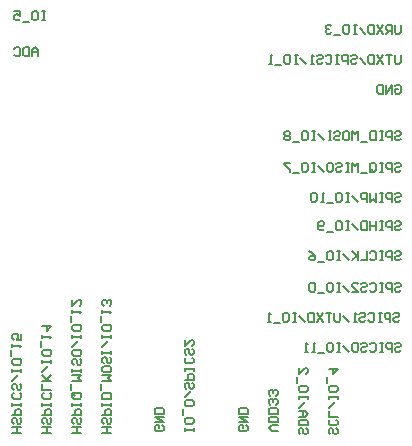
<source format=gbo>
G04*
G04 #@! TF.GenerationSoftware,Altium Limited,Altium Designer,18.1.7 (191)*
G04*
G04 Layer_Color=32896*
%FSLAX43Y43*%
%MOMM*%
G71*
G01*
G75*
%ADD18C,0.180*%
D18*
X7874Y37343D02*
Y37843D01*
X7624Y38093D01*
X7374Y37843D01*
Y37343D01*
Y37718D01*
X7874D01*
X7124Y38093D02*
Y37343D01*
X6749D01*
X6624Y37468D01*
Y37968D01*
X6749Y38093D01*
X7124D01*
X5875Y37968D02*
X6000Y38093D01*
X6250D01*
X6374Y37968D01*
Y37468D01*
X6250Y37343D01*
X6000D01*
X5875Y37468D01*
X8509Y41136D02*
X8259D01*
X8384D01*
Y40386D01*
X8509D01*
X8259D01*
X7509Y41136D02*
X7759D01*
X7884Y41011D01*
Y40511D01*
X7759Y40386D01*
X7509D01*
X7384Y40511D01*
Y41011D01*
X7509Y41136D01*
X7134Y40261D02*
X6635D01*
X5885Y41136D02*
X6385D01*
Y40761D01*
X6135Y40886D01*
X6010D01*
X5885Y40761D01*
Y40511D01*
X6010Y40386D01*
X6260D01*
X6385Y40511D01*
X6465Y5472D02*
X5715D01*
X6090D01*
Y5972D01*
X6465D01*
X5715D01*
X6340Y6722D02*
X6465Y6597D01*
Y6347D01*
X6340Y6222D01*
X6215D01*
X6090Y6347D01*
Y6597D01*
X5965Y6722D01*
X5840D01*
X5715Y6597D01*
Y6347D01*
X5840Y6222D01*
X5715Y6972D02*
X6465D01*
Y7346D01*
X6340Y7471D01*
X6090D01*
X5965Y7346D01*
Y6972D01*
X6465Y7721D02*
Y7971D01*
Y7846D01*
X5715D01*
Y7721D01*
Y7971D01*
X6340Y8846D02*
X6465Y8721D01*
Y8471D01*
X6340Y8346D01*
X5840D01*
X5715Y8471D01*
Y8721D01*
X5840Y8846D01*
X6340Y9596D02*
X6465Y9471D01*
Y9221D01*
X6340Y9096D01*
X6215D01*
X6090Y9221D01*
Y9471D01*
X5965Y9596D01*
X5840D01*
X5715Y9471D01*
Y9221D01*
X5840Y9096D01*
X5715Y9846D02*
X6215Y10345D01*
X6465Y10595D02*
Y10845D01*
Y10720D01*
X5715D01*
Y10595D01*
Y10845D01*
X6465Y11595D02*
Y11345D01*
X6340Y11220D01*
X5840D01*
X5715Y11345D01*
Y11595D01*
X5840Y11720D01*
X6340D01*
X6465Y11595D01*
X5590Y11970D02*
Y12470D01*
X5715Y12720D02*
Y12970D01*
Y12845D01*
X6465D01*
X6340Y12720D01*
X6465Y13844D02*
Y13344D01*
X6090D01*
X6215Y13594D01*
Y13719D01*
X6090Y13844D01*
X5840D01*
X5715Y13719D01*
Y13469D01*
X5840Y13344D01*
X9005Y5472D02*
X8255D01*
X8630D01*
Y5972D01*
X9005D01*
X8255D01*
X8880Y6722D02*
X9005Y6597D01*
Y6347D01*
X8880Y6222D01*
X8755D01*
X8630Y6347D01*
Y6597D01*
X8505Y6722D01*
X8380D01*
X8255Y6597D01*
Y6347D01*
X8380Y6222D01*
X8255Y6972D02*
X9005D01*
Y7346D01*
X8880Y7471D01*
X8630D01*
X8505Y7346D01*
Y6972D01*
X9005Y7721D02*
Y7971D01*
Y7846D01*
X8255D01*
Y7721D01*
Y7971D01*
X8880Y8846D02*
X9005Y8721D01*
Y8471D01*
X8880Y8346D01*
X8380D01*
X8255Y8471D01*
Y8721D01*
X8380Y8846D01*
X9005Y9096D02*
X8255D01*
Y9596D01*
X9005Y9846D02*
X8255D01*
X8505D01*
X9005Y10345D01*
X8630Y9971D01*
X8255Y10345D01*
Y10595D02*
X8755Y11095D01*
X9005Y11345D02*
Y11595D01*
Y11470D01*
X8255D01*
Y11345D01*
Y11595D01*
X9005Y12345D02*
Y12095D01*
X8880Y11970D01*
X8380D01*
X8255Y12095D01*
Y12345D01*
X8380Y12470D01*
X8880D01*
X9005Y12345D01*
X8130Y12720D02*
Y13220D01*
X8255Y13469D02*
Y13719D01*
Y13594D01*
X9005D01*
X8880Y13469D01*
X8255Y14469D02*
X9005D01*
X8630Y14094D01*
Y14594D01*
X11545Y5472D02*
X10795D01*
X11170D01*
Y5972D01*
X11545D01*
X10795D01*
X11420Y6722D02*
X11545Y6597D01*
Y6347D01*
X11420Y6222D01*
X11295D01*
X11170Y6347D01*
Y6597D01*
X11045Y6722D01*
X10920D01*
X10795Y6597D01*
Y6347D01*
X10920Y6222D01*
X10795Y6972D02*
X11545D01*
Y7346D01*
X11420Y7471D01*
X11170D01*
X11045Y7346D01*
Y6972D01*
X11545Y7721D02*
Y7971D01*
Y7846D01*
X10795D01*
Y7721D01*
Y7971D01*
X10920Y8846D02*
X11420D01*
X11545Y8721D01*
Y8471D01*
X11420Y8346D01*
X10920D01*
X10795Y8471D01*
Y8721D01*
X11045Y8596D02*
X10795Y8846D01*
Y8721D02*
X10920Y8846D01*
X10670Y9096D02*
Y9596D01*
X10795Y9846D02*
X11545D01*
X11295Y10096D01*
X11545Y10345D01*
X10795D01*
X11545Y10595D02*
Y10845D01*
Y10720D01*
X10795D01*
Y10595D01*
Y10845D01*
X11420Y11720D02*
X11545Y11595D01*
Y11345D01*
X11420Y11220D01*
X11295D01*
X11170Y11345D01*
Y11595D01*
X11045Y11720D01*
X10920D01*
X10795Y11595D01*
Y11345D01*
X10920Y11220D01*
X11545Y12345D02*
Y12095D01*
X11420Y11970D01*
X10920D01*
X10795Y12095D01*
Y12345D01*
X10920Y12470D01*
X11420D01*
X11545Y12345D01*
X10795Y12720D02*
X11295Y13220D01*
X11545Y13469D02*
Y13719D01*
Y13594D01*
X10795D01*
Y13469D01*
Y13719D01*
X11545Y14469D02*
Y14219D01*
X11420Y14094D01*
X10920D01*
X10795Y14219D01*
Y14469D01*
X10920Y14594D01*
X11420D01*
X11545Y14469D01*
X10670Y14844D02*
Y15344D01*
X10795Y15594D02*
Y15844D01*
Y15719D01*
X11545D01*
X11420Y15594D01*
X10795Y16718D02*
Y16219D01*
X11295Y16718D01*
X11420D01*
X11545Y16593D01*
Y16344D01*
X11420Y16219D01*
X14085Y5472D02*
X13335D01*
X13710D01*
Y5972D01*
X14085D01*
X13335D01*
X13960Y6722D02*
X14085Y6597D01*
Y6347D01*
X13960Y6222D01*
X13835D01*
X13710Y6347D01*
Y6597D01*
X13585Y6722D01*
X13460D01*
X13335Y6597D01*
Y6347D01*
X13460Y6222D01*
X13335Y6972D02*
X14085D01*
Y7346D01*
X13960Y7471D01*
X13710D01*
X13585Y7346D01*
Y6972D01*
X14085Y7721D02*
Y7971D01*
Y7846D01*
X13335D01*
Y7721D01*
Y7971D01*
X14085Y8346D02*
X13335D01*
Y8721D01*
X13460Y8846D01*
X13960D01*
X14085Y8721D01*
Y8346D01*
X13210Y9096D02*
Y9596D01*
X13335Y9846D02*
X14085D01*
X13835Y10096D01*
X14085Y10345D01*
X13335D01*
X14085Y10970D02*
Y10720D01*
X13960Y10595D01*
X13460D01*
X13335Y10720D01*
Y10970D01*
X13460Y11095D01*
X13960D01*
X14085Y10970D01*
X13960Y11845D02*
X14085Y11720D01*
Y11470D01*
X13960Y11345D01*
X13835D01*
X13710Y11470D01*
Y11720D01*
X13585Y11845D01*
X13460D01*
X13335Y11720D01*
Y11470D01*
X13460Y11345D01*
X14085Y12095D02*
Y12345D01*
Y12220D01*
X13335D01*
Y12095D01*
Y12345D01*
Y12720D02*
X13835Y13220D01*
X14085Y13469D02*
Y13719D01*
Y13594D01*
X13335D01*
Y13469D01*
Y13719D01*
X14085Y14469D02*
Y14219D01*
X13960Y14094D01*
X13460D01*
X13335Y14219D01*
Y14469D01*
X13460Y14594D01*
X13960D01*
X14085Y14469D01*
X13210Y14844D02*
Y15344D01*
X13335Y15594D02*
Y15844D01*
Y15719D01*
X14085D01*
X13960Y15594D01*
Y16219D02*
X14085Y16344D01*
Y16593D01*
X13960Y16718D01*
X13835D01*
X13710Y16593D01*
Y16468D01*
Y16593D01*
X13585Y16718D01*
X13460D01*
X13335Y16593D01*
Y16344D01*
X13460Y16219D01*
X18405Y6088D02*
X18530Y5963D01*
Y5713D01*
X18405Y5588D01*
X17905D01*
X17780Y5713D01*
Y5963D01*
X17905Y6088D01*
X18155D01*
Y5838D01*
X17780Y6338D02*
X18530D01*
X17780Y6838D01*
X18530D01*
Y7088D02*
X17780D01*
Y7462D01*
X17905Y7587D01*
X18405D01*
X18530Y7462D01*
Y7088D01*
X21070Y5588D02*
Y5838D01*
Y5713D01*
X20320D01*
Y5588D01*
Y5838D01*
X21070Y6588D02*
Y6338D01*
X20945Y6213D01*
X20445D01*
X20320Y6338D01*
Y6588D01*
X20445Y6713D01*
X20945D01*
X21070Y6588D01*
X20195Y6963D02*
Y7462D01*
X20945Y7712D02*
X21070Y7837D01*
Y8087D01*
X20945Y8212D01*
X20445D01*
X20320Y8087D01*
Y7837D01*
X20445Y7712D01*
X20945D01*
X20320Y8462D02*
X20820Y8962D01*
X20945Y9712D02*
X21070Y9587D01*
Y9337D01*
X20945Y9212D01*
X20820D01*
X20695Y9337D01*
Y9587D01*
X20570Y9712D01*
X20445D01*
X20320Y9587D01*
Y9337D01*
X20445Y9212D01*
X20320Y9962D02*
X21070D01*
Y10336D01*
X20945Y10461D01*
X20695D01*
X20570Y10336D01*
Y9962D01*
X21070Y10711D02*
Y10961D01*
Y10836D01*
X20320D01*
Y10711D01*
Y10961D01*
X20945Y11836D02*
X21070Y11711D01*
Y11461D01*
X20945Y11336D01*
X20445D01*
X20320Y11461D01*
Y11711D01*
X20445Y11836D01*
X20945Y12586D02*
X21070Y12461D01*
Y12211D01*
X20945Y12086D01*
X20820D01*
X20695Y12211D01*
Y12461D01*
X20570Y12586D01*
X20445D01*
X20320Y12461D01*
Y12211D01*
X20445Y12086D01*
X20320Y13336D02*
Y12836D01*
X20820Y13336D01*
X20945D01*
X21070Y13211D01*
Y12961D01*
X20945Y12836D01*
X25517Y6088D02*
X25642Y5963D01*
Y5713D01*
X25517Y5588D01*
X25017D01*
X24892Y5713D01*
Y5963D01*
X25017Y6088D01*
X25267D01*
Y5838D01*
X24892Y6338D02*
X25642D01*
X24892Y6838D01*
X25642D01*
Y7088D02*
X24892D01*
Y7462D01*
X25017Y7587D01*
X25517D01*
X25642Y7462D01*
Y7088D01*
X28182Y5588D02*
X27682D01*
X27432Y5838D01*
X27682Y6088D01*
X28182D01*
Y6338D02*
X27432D01*
Y6713D01*
X27557Y6838D01*
X28057D01*
X28182Y6713D01*
Y6338D01*
Y7088D02*
X27432D01*
Y7462D01*
X27557Y7587D01*
X28057D01*
X28182Y7462D01*
Y7088D01*
X28057Y7837D02*
X28182Y7962D01*
Y8212D01*
X28057Y8337D01*
X27932D01*
X27807Y8212D01*
Y8087D01*
Y8212D01*
X27682Y8337D01*
X27557D01*
X27432Y8212D01*
Y7962D01*
X27557Y7837D01*
X28057Y8587D02*
X28182Y8712D01*
Y8962D01*
X28057Y9087D01*
X27932D01*
X27807Y8962D01*
Y8837D01*
Y8962D01*
X27682Y9087D01*
X27557D01*
X27432Y8962D01*
Y8712D01*
X27557Y8587D01*
X30597Y5834D02*
X30722Y5709D01*
Y5459D01*
X30597Y5334D01*
X30472D01*
X30347Y5459D01*
Y5709D01*
X30222Y5834D01*
X30097D01*
X29972Y5709D01*
Y5459D01*
X30097Y5334D01*
X30722Y6084D02*
X29972D01*
Y6459D01*
X30097Y6584D01*
X30597D01*
X30722Y6459D01*
Y6084D01*
X29972Y6834D02*
X30472D01*
X30722Y7083D01*
X30472Y7333D01*
X29972D01*
X30347D01*
Y6834D01*
X29972Y7583D02*
X30472Y8083D01*
X30722Y8333D02*
Y8583D01*
Y8458D01*
X29972D01*
Y8333D01*
Y8583D01*
X30722Y9333D02*
Y9083D01*
X30597Y8958D01*
X30097D01*
X29972Y9083D01*
Y9333D01*
X30097Y9458D01*
X30597D01*
X30722Y9333D01*
X29847Y9708D02*
Y10207D01*
X29972Y10957D02*
Y10457D01*
X30472Y10957D01*
X30597D01*
X30722Y10832D01*
Y10582D01*
X30597Y10457D01*
X33137Y5834D02*
X33262Y5709D01*
Y5459D01*
X33137Y5334D01*
X33012D01*
X32887Y5459D01*
Y5709D01*
X32762Y5834D01*
X32637D01*
X32512Y5709D01*
Y5459D01*
X32637Y5334D01*
X33137Y6584D02*
X33262Y6459D01*
Y6209D01*
X33137Y6084D01*
X32637D01*
X32512Y6209D01*
Y6459D01*
X32637Y6584D01*
X33262Y6834D02*
X32512D01*
Y7333D01*
Y7583D02*
X33012Y8083D01*
X33262Y8333D02*
Y8583D01*
Y8458D01*
X32512D01*
Y8333D01*
Y8583D01*
X33262Y9333D02*
Y9083D01*
X33137Y8958D01*
X32637D01*
X32512Y9083D01*
Y9333D01*
X32637Y9458D01*
X33137D01*
X33262Y9333D01*
X32387Y9708D02*
Y10207D01*
X32512Y10832D02*
X33262D01*
X32887Y10457D01*
Y10957D01*
X38108Y12944D02*
X38233Y13069D01*
X38483D01*
X38608Y12944D01*
Y12819D01*
X38483Y12694D01*
X38233D01*
X38108Y12569D01*
Y12444D01*
X38233Y12319D01*
X38483D01*
X38608Y12444D01*
X37858Y12319D02*
Y13069D01*
X37483D01*
X37358Y12944D01*
Y12694D01*
X37483Y12569D01*
X37858D01*
X37108Y13069D02*
X36859D01*
X36984D01*
Y12319D01*
X37108D01*
X36859D01*
X35984Y12944D02*
X36109Y13069D01*
X36359D01*
X36484Y12944D01*
Y12444D01*
X36359Y12319D01*
X36109D01*
X35984Y12444D01*
X35234Y12944D02*
X35359Y13069D01*
X35609D01*
X35734Y12944D01*
Y12819D01*
X35609Y12694D01*
X35359D01*
X35234Y12569D01*
Y12444D01*
X35359Y12319D01*
X35609D01*
X35734Y12444D01*
X34984Y12944D02*
X34859Y13069D01*
X34609D01*
X34484Y12944D01*
Y12444D01*
X34609Y12319D01*
X34859D01*
X34984Y12444D01*
Y12944D01*
X34234Y12319D02*
X33735Y12819D01*
X33485Y13069D02*
X33235D01*
X33360D01*
Y12319D01*
X33485D01*
X33235D01*
X32485Y13069D02*
X32735D01*
X32860Y12944D01*
Y12444D01*
X32735Y12319D01*
X32485D01*
X32360Y12444D01*
Y12944D01*
X32485Y13069D01*
X32110Y12194D02*
X31610D01*
X31360Y12319D02*
X31110D01*
X31235D01*
Y13069D01*
X31360Y12944D01*
X30736Y12319D02*
X30486D01*
X30611D01*
Y13069D01*
X30736Y12944D01*
X37981Y15484D02*
X38106Y15609D01*
X38356D01*
X38481Y15484D01*
Y15359D01*
X38356Y15234D01*
X38106D01*
X37981Y15109D01*
Y14984D01*
X38106Y14859D01*
X38356D01*
X38481Y14984D01*
X37731Y14859D02*
Y15609D01*
X37356D01*
X37231Y15484D01*
Y15234D01*
X37356Y15109D01*
X37731D01*
X36981Y15609D02*
X36732D01*
X36857D01*
Y14859D01*
X36981D01*
X36732D01*
X35857Y15484D02*
X35982Y15609D01*
X36232D01*
X36357Y15484D01*
Y14984D01*
X36232Y14859D01*
X35982D01*
X35857Y14984D01*
X35107Y15484D02*
X35232Y15609D01*
X35482D01*
X35607Y15484D01*
Y15359D01*
X35482Y15234D01*
X35232D01*
X35107Y15109D01*
Y14984D01*
X35232Y14859D01*
X35482D01*
X35607Y14984D01*
X34857Y14859D02*
X34607D01*
X34732D01*
Y15609D01*
X34857Y15484D01*
X34232Y14859D02*
X33733Y15359D01*
X33483Y15609D02*
Y14984D01*
X33358Y14859D01*
X33108D01*
X32983Y14984D01*
Y15609D01*
X32733D02*
X32233D01*
X32483D01*
Y14859D01*
X31983Y15609D02*
X31483Y14859D01*
Y15609D02*
X31983Y14859D01*
X31233Y15609D02*
Y14859D01*
X30858D01*
X30733Y14984D01*
Y15484D01*
X30858Y15609D01*
X31233D01*
X30484Y14859D02*
X29984Y15359D01*
X29734Y15609D02*
X29484D01*
X29609D01*
Y14859D01*
X29734D01*
X29484D01*
X28734Y15609D02*
X28984D01*
X29109Y15484D01*
Y14984D01*
X28984Y14859D01*
X28734D01*
X28609Y14984D01*
Y15484D01*
X28734Y15609D01*
X28359Y14734D02*
X27859D01*
X27609Y14859D02*
X27360D01*
X27485D01*
Y15609D01*
X27609Y15484D01*
X38108Y18024D02*
X38233Y18149D01*
X38483D01*
X38608Y18024D01*
Y17899D01*
X38483Y17774D01*
X38233D01*
X38108Y17649D01*
Y17524D01*
X38233Y17399D01*
X38483D01*
X38608Y17524D01*
X37858Y17399D02*
Y18149D01*
X37483D01*
X37358Y18024D01*
Y17774D01*
X37483Y17649D01*
X37858D01*
X37108Y18149D02*
X36859D01*
X36984D01*
Y17399D01*
X37108D01*
X36859D01*
X35984Y18024D02*
X36109Y18149D01*
X36359D01*
X36484Y18024D01*
Y17524D01*
X36359Y17399D01*
X36109D01*
X35984Y17524D01*
X35234Y18024D02*
X35359Y18149D01*
X35609D01*
X35734Y18024D01*
Y17899D01*
X35609Y17774D01*
X35359D01*
X35234Y17649D01*
Y17524D01*
X35359Y17399D01*
X35609D01*
X35734Y17524D01*
X34484Y17399D02*
X34984D01*
X34484Y17899D01*
Y18024D01*
X34609Y18149D01*
X34859D01*
X34984Y18024D01*
X34234Y17399D02*
X33735Y17899D01*
X33485Y18149D02*
X33235D01*
X33360D01*
Y17399D01*
X33485D01*
X33235D01*
X32485Y18149D02*
X32735D01*
X32860Y18024D01*
Y17524D01*
X32735Y17399D01*
X32485D01*
X32360Y17524D01*
Y18024D01*
X32485Y18149D01*
X32110Y17274D02*
X31610D01*
X31360Y18024D02*
X31235Y18149D01*
X30985D01*
X30860Y18024D01*
Y17524D01*
X30985Y17399D01*
X31235D01*
X31360Y17524D01*
Y18024D01*
X38108Y20691D02*
X38233Y20816D01*
X38483D01*
X38608Y20691D01*
Y20566D01*
X38483Y20441D01*
X38233D01*
X38108Y20316D01*
Y20191D01*
X38233Y20066D01*
X38483D01*
X38608Y20191D01*
X37858Y20066D02*
Y20816D01*
X37483D01*
X37358Y20691D01*
Y20441D01*
X37483Y20316D01*
X37858D01*
X37108Y20816D02*
X36859D01*
X36984D01*
Y20066D01*
X37108D01*
X36859D01*
X35984Y20691D02*
X36109Y20816D01*
X36359D01*
X36484Y20691D01*
Y20191D01*
X36359Y20066D01*
X36109D01*
X35984Y20191D01*
X35734Y20816D02*
Y20066D01*
X35234D01*
X34984Y20816D02*
Y20066D01*
Y20316D01*
X34484Y20816D01*
X34859Y20441D01*
X34484Y20066D01*
X34234D02*
X33735Y20566D01*
X33485Y20816D02*
X33235D01*
X33360D01*
Y20066D01*
X33485D01*
X33235D01*
X32485Y20816D02*
X32735D01*
X32860Y20691D01*
Y20191D01*
X32735Y20066D01*
X32485D01*
X32360Y20191D01*
Y20691D01*
X32485Y20816D01*
X32110Y19941D02*
X31610D01*
X30860Y20816D02*
X31110Y20691D01*
X31360Y20441D01*
Y20191D01*
X31235Y20066D01*
X30985D01*
X30860Y20191D01*
Y20316D01*
X30985Y20441D01*
X31360D01*
X38108Y23231D02*
X38233Y23356D01*
X38483D01*
X38608Y23231D01*
Y23106D01*
X38483Y22981D01*
X38233D01*
X38108Y22856D01*
Y22731D01*
X38233Y22606D01*
X38483D01*
X38608Y22731D01*
X37858Y22606D02*
Y23356D01*
X37483D01*
X37358Y23231D01*
Y22981D01*
X37483Y22856D01*
X37858D01*
X37108Y23356D02*
X36859D01*
X36984D01*
Y22606D01*
X37108D01*
X36859D01*
X36484Y23356D02*
Y22606D01*
Y22981D01*
X35984D01*
Y23356D01*
Y22606D01*
X35734Y23356D02*
Y22606D01*
X35359D01*
X35234Y22731D01*
Y23231D01*
X35359Y23356D01*
X35734D01*
X34984Y22606D02*
X34484Y23106D01*
X34234Y23356D02*
X33984D01*
X34109D01*
Y22606D01*
X34234D01*
X33984D01*
X33235Y23356D02*
X33485D01*
X33610Y23231D01*
Y22731D01*
X33485Y22606D01*
X33235D01*
X33110Y22731D01*
Y23231D01*
X33235Y23356D01*
X32860Y22481D02*
X32360D01*
X32110Y22731D02*
X31985Y22606D01*
X31735D01*
X31610Y22731D01*
Y23231D01*
X31735Y23356D01*
X31985D01*
X32110Y23231D01*
Y23106D01*
X31985Y22981D01*
X31610D01*
X38108Y25644D02*
X38233Y25769D01*
X38483D01*
X38608Y25644D01*
Y25519D01*
X38483Y25394D01*
X38233D01*
X38108Y25269D01*
Y25144D01*
X38233Y25019D01*
X38483D01*
X38608Y25144D01*
X37858Y25019D02*
Y25769D01*
X37483D01*
X37358Y25644D01*
Y25394D01*
X37483Y25269D01*
X37858D01*
X37108Y25769D02*
X36859D01*
X36984D01*
Y25019D01*
X37108D01*
X36859D01*
X36484Y25769D02*
Y25019D01*
X36234Y25269D01*
X35984Y25019D01*
Y25769D01*
X35734Y25019D02*
Y25769D01*
X35359D01*
X35234Y25644D01*
Y25394D01*
X35359Y25269D01*
X35734D01*
X34984Y25019D02*
X34484Y25519D01*
X34234Y25769D02*
X33984D01*
X34109D01*
Y25019D01*
X34234D01*
X33984D01*
X33235Y25769D02*
X33485D01*
X33610Y25644D01*
Y25144D01*
X33485Y25019D01*
X33235D01*
X33110Y25144D01*
Y25644D01*
X33235Y25769D01*
X32860Y24894D02*
X32360D01*
X32110Y25019D02*
X31860D01*
X31985D01*
Y25769D01*
X32110Y25644D01*
X31485D02*
X31360Y25769D01*
X31110D01*
X30985Y25644D01*
Y25144D01*
X31110Y25019D01*
X31360D01*
X31485Y25144D01*
Y25644D01*
X38108Y28184D02*
X38233Y28309D01*
X38483D01*
X38608Y28184D01*
Y28059D01*
X38483Y27934D01*
X38233D01*
X38108Y27809D01*
Y27684D01*
X38233Y27559D01*
X38483D01*
X38608Y27684D01*
X37858Y27559D02*
Y28309D01*
X37483D01*
X37358Y28184D01*
Y27934D01*
X37483Y27809D01*
X37858D01*
X37108Y28309D02*
X36859D01*
X36984D01*
Y27559D01*
X37108D01*
X36859D01*
X35984Y27684D02*
Y28184D01*
X36109Y28309D01*
X36359D01*
X36484Y28184D01*
Y27684D01*
X36359Y27559D01*
X36109D01*
X36234Y27809D02*
X35984Y27559D01*
X36109D02*
X35984Y27684D01*
X35734Y27434D02*
X35234D01*
X34984Y27559D02*
Y28309D01*
X34734Y28059D01*
X34484Y28309D01*
Y27559D01*
X34234Y28309D02*
X33984D01*
X34109D01*
Y27559D01*
X34234D01*
X33984D01*
X33110Y28184D02*
X33235Y28309D01*
X33485D01*
X33610Y28184D01*
Y28059D01*
X33485Y27934D01*
X33235D01*
X33110Y27809D01*
Y27684D01*
X33235Y27559D01*
X33485D01*
X33610Y27684D01*
X32485Y28309D02*
X32735D01*
X32860Y28184D01*
Y27684D01*
X32735Y27559D01*
X32485D01*
X32360Y27684D01*
Y28184D01*
X32485Y28309D01*
X32110Y27559D02*
X31610Y28059D01*
X31360Y28309D02*
X31110D01*
X31235D01*
Y27559D01*
X31360D01*
X31110D01*
X30361Y28309D02*
X30611D01*
X30736Y28184D01*
Y27684D01*
X30611Y27559D01*
X30361D01*
X30236Y27684D01*
Y28184D01*
X30361Y28309D01*
X29986Y27434D02*
X29486D01*
X29236Y28309D02*
X28736D01*
Y28184D01*
X29236Y27684D01*
Y27559D01*
X38108Y30851D02*
X38233Y30976D01*
X38483D01*
X38608Y30851D01*
Y30726D01*
X38483Y30601D01*
X38233D01*
X38108Y30476D01*
Y30351D01*
X38233Y30226D01*
X38483D01*
X38608Y30351D01*
X37858Y30226D02*
Y30976D01*
X37483D01*
X37358Y30851D01*
Y30601D01*
X37483Y30476D01*
X37858D01*
X37108Y30976D02*
X36859D01*
X36984D01*
Y30226D01*
X37108D01*
X36859D01*
X36484Y30976D02*
Y30226D01*
X36109D01*
X35984Y30351D01*
Y30851D01*
X36109Y30976D01*
X36484D01*
X35734Y30101D02*
X35234D01*
X34984Y30226D02*
Y30976D01*
X34734Y30726D01*
X34484Y30976D01*
Y30226D01*
X33860Y30976D02*
X34109D01*
X34234Y30851D01*
Y30351D01*
X34109Y30226D01*
X33860D01*
X33735Y30351D01*
Y30851D01*
X33860Y30976D01*
X32985Y30851D02*
X33110Y30976D01*
X33360D01*
X33485Y30851D01*
Y30726D01*
X33360Y30601D01*
X33110D01*
X32985Y30476D01*
Y30351D01*
X33110Y30226D01*
X33360D01*
X33485Y30351D01*
X32735Y30976D02*
X32485D01*
X32610D01*
Y30226D01*
X32735D01*
X32485D01*
X32110D02*
X31610Y30726D01*
X31360Y30976D02*
X31110D01*
X31235D01*
Y30226D01*
X31360D01*
X31110D01*
X30361Y30976D02*
X30611D01*
X30736Y30851D01*
Y30351D01*
X30611Y30226D01*
X30361D01*
X30236Y30351D01*
Y30851D01*
X30361Y30976D01*
X29986Y30101D02*
X29486D01*
X29236Y30851D02*
X29111Y30976D01*
X28861D01*
X28736Y30851D01*
Y30726D01*
X28861Y30601D01*
X28736Y30476D01*
Y30351D01*
X28861Y30226D01*
X29111D01*
X29236Y30351D01*
Y30476D01*
X29111Y30601D01*
X29236Y30726D01*
Y30851D01*
X29111Y30601D02*
X28861D01*
X38108Y34788D02*
X38233Y34913D01*
X38483D01*
X38608Y34788D01*
Y34288D01*
X38483Y34163D01*
X38233D01*
X38108Y34288D01*
Y34538D01*
X38358D01*
X37858Y34163D02*
Y34913D01*
X37358Y34163D01*
Y34913D01*
X37108D02*
Y34163D01*
X36734D01*
X36609Y34288D01*
Y34788D01*
X36734Y34913D01*
X37108D01*
X38608Y37453D02*
Y36828D01*
X38483Y36703D01*
X38233D01*
X38108Y36828D01*
Y37453D01*
X37858D02*
X37358D01*
X37608D01*
Y36703D01*
X37108Y37453D02*
X36609Y36703D01*
Y37453D02*
X37108Y36703D01*
X36359Y37453D02*
Y36703D01*
X35984D01*
X35859Y36828D01*
Y37328D01*
X35984Y37453D01*
X36359D01*
X35609Y36703D02*
X35109Y37203D01*
X34359Y37328D02*
X34484Y37453D01*
X34734D01*
X34859Y37328D01*
Y37203D01*
X34734Y37078D01*
X34484D01*
X34359Y36953D01*
Y36828D01*
X34484Y36703D01*
X34734D01*
X34859Y36828D01*
X34109Y36703D02*
Y37453D01*
X33735D01*
X33610Y37328D01*
Y37078D01*
X33735Y36953D01*
X34109D01*
X33360Y37453D02*
X33110D01*
X33235D01*
Y36703D01*
X33360D01*
X33110D01*
X32235Y37328D02*
X32360Y37453D01*
X32610D01*
X32735Y37328D01*
Y36828D01*
X32610Y36703D01*
X32360D01*
X32235Y36828D01*
X31485Y37328D02*
X31610Y37453D01*
X31860D01*
X31985Y37328D01*
Y37203D01*
X31860Y37078D01*
X31610D01*
X31485Y36953D01*
Y36828D01*
X31610Y36703D01*
X31860D01*
X31985Y36828D01*
X31235Y36703D02*
X30985D01*
X31110D01*
Y37453D01*
X31235Y37328D01*
X30611Y36703D02*
X30111Y37203D01*
X29861Y37453D02*
X29611D01*
X29736D01*
Y36703D01*
X29861D01*
X29611D01*
X28861Y37453D02*
X29111D01*
X29236Y37328D01*
Y36828D01*
X29111Y36703D01*
X28861D01*
X28736Y36828D01*
Y37328D01*
X28861Y37453D01*
X28486Y36578D02*
X27986D01*
X27736Y36703D02*
X27487D01*
X27612D01*
Y37453D01*
X27736Y37328D01*
X38608Y39993D02*
Y39368D01*
X38483Y39243D01*
X38233D01*
X38108Y39368D01*
Y39993D01*
X37858Y39243D02*
Y39993D01*
X37483D01*
X37358Y39868D01*
Y39618D01*
X37483Y39493D01*
X37858D01*
X37608D02*
X37358Y39243D01*
X37108Y39993D02*
X36609Y39243D01*
Y39993D02*
X37108Y39243D01*
X36359Y39993D02*
Y39243D01*
X35984D01*
X35859Y39368D01*
Y39868D01*
X35984Y39993D01*
X36359D01*
X35609Y39243D02*
X35109Y39743D01*
X34859Y39993D02*
X34609D01*
X34734D01*
Y39243D01*
X34859D01*
X34609D01*
X33860Y39993D02*
X34109D01*
X34234Y39868D01*
Y39368D01*
X34109Y39243D01*
X33860D01*
X33735Y39368D01*
Y39868D01*
X33860Y39993D01*
X33485Y39118D02*
X32985D01*
X32735Y39868D02*
X32610Y39993D01*
X32360D01*
X32235Y39868D01*
Y39743D01*
X32360Y39618D01*
X32485D01*
X32360D01*
X32235Y39493D01*
Y39368D01*
X32360Y39243D01*
X32610D01*
X32735Y39368D01*
M02*

</source>
